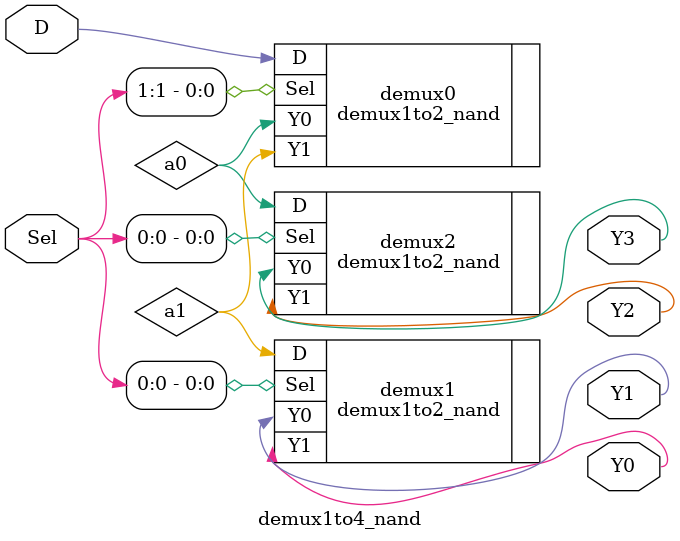
<source format=v>

`include "demux1to2_nand.v"

// Module name and I/O port
module demux1to4_nand (Y0, Y1, Y2, Y3, Sel, D); 
 
// Input ports declaration
input [1:0] Sel;
input       D;

// Output ports declaration
output      Y0;
output      Y1;
output      Y2;
output      Y3;

// Internal wires declaration
wire        a0;
wire        a1;

// Hierarchical structure
demux1to2_nand demux0 (.Y0(a0), .Y1(a1), .Sel(Sel[1]), .D(D));
demux1to2_nand demux1 (.Y0(Y1), .Y1(Y0), .Sel(Sel[0]), .D(a1));
demux1to2_nand demux2 (.Y0(Y3), .Y1(Y2), .Sel(Sel[0]), .D(a0));
endmodule


</source>
